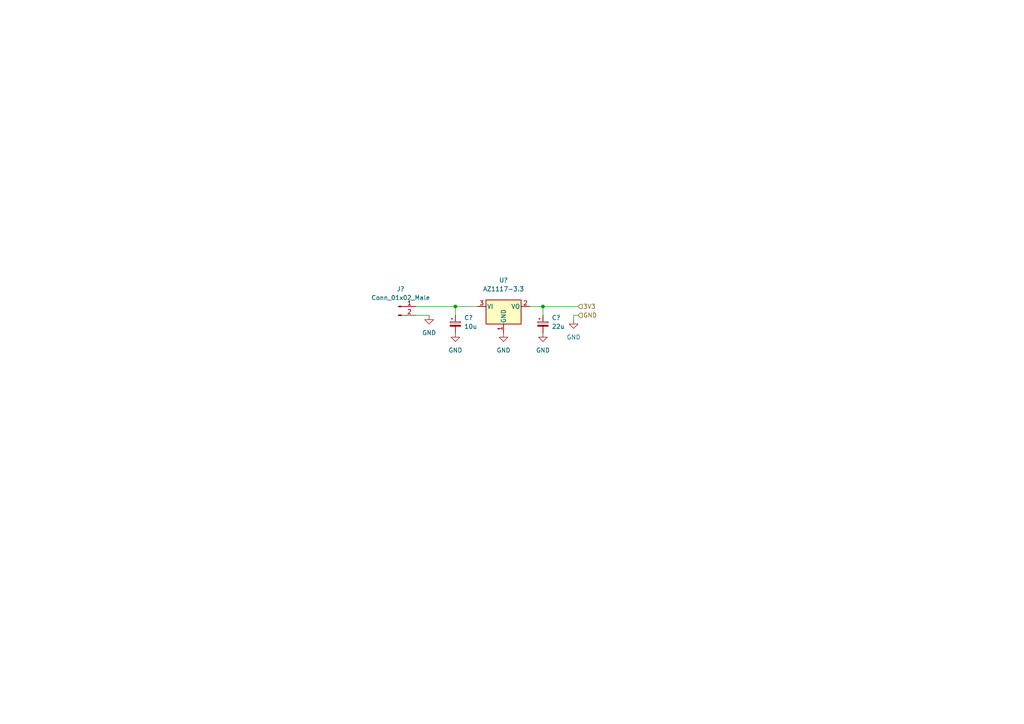
<source format=kicad_sch>
(kicad_sch (version 20211123) (generator eeschema)
  (paper "A4")
  (lib_symbols
    (symbol "Connector:Conn_01x02_Male" (pin_names (offset 1.016) hide)
      (property "Reference" "J" (at 0 2.54 0))
      (property "Value" "Conn_01x02_Male" (at 0 -5.08 0))
      (symbol "Conn_01x02_Male_1_1"
        (polyline (pts (xy 1.27 -2.54) (xy 0.8636 -2.54)) (stroke (width 0.1524)))
        (polyline (pts (xy 1.27 0) (xy 0.8636 0)) (stroke (width 0.1524)))
        (rectangle (start 0.8636 -2.413) (end 0 -2.667) (stroke (width 0.1524)) (fill (type outline)))
        (rectangle (start 0.8636 0.127) (end 0 -0.127) (stroke (width 0.1524)) (fill (type outline)))
        (pin passive line (at 5.08 0 180) (length 3.81) (name "Pin_1") (number "1"))
        (pin passive line (at 5.08 -2.54 180) (length 3.81) (name "Pin_2") (number "2"))
      )
    )
    (symbol "Device:C_Polarized_Small" (pin_numbers hide) (pin_names (offset 0.254) hide)
      (property "Reference" "C" (at 0.254 1.778 0))
      (property "Value" "C_Polarized_Small" (at 0.254 -2.032 0))
      (symbol "C_Polarized_Small_0_1"
        (rectangle (start -1.524 -0.3048) (end 1.524 -0.6858) (fill (type outline)))
        (rectangle (start -1.524 0.6858) (end 1.524 0.3048))
        (polyline (pts (xy -1.27 1.524) (xy -0.762 1.524)))
        (polyline (pts (xy -1.016 1.27) (xy -1.016 1.778)))
      )
      (symbol "C_Polarized_Small_1_1"
        (pin passive line (at 0 2.54 270) (length 1.8542) (name "~") (number "1"))
        (pin passive line (at 0 -2.54 90) (length 1.8542) (name "~") (number "2"))
      )
    )
    (symbol "Regulator_Linear:AZ1117-3.3" (pin_names (offset 0.254))
      (property "Reference" "U" (at -3.81 3.175 0))
      (property "Value" "AZ1117-3.3" (at 0 3.175 0))
      (symbol "AZ1117-3.3_0_1"
        (rectangle (start -5.08 1.905) (end 5.08 -5.08) (stroke (width 0.254)) (fill (type background)))
      )
      (symbol "AZ1117-3.3_1_1"
        (pin power_in line (at 0 -7.62 90) (length 2.54) (name "GND") (number "1"))
        (pin power_out line (at 7.62 0 180) (length 2.54) (name "VO") (number "2"))
        (pin power_in line (at -7.62 0 0) (length 2.54) (name "VI") (number "3"))
      )
    )
    (symbol "power:GND" (power) (pin_names (offset 0))
      (property "Value" "GND" (at 0 -3.81 0))
      (symbol "GND_0_1"
        (polyline (pts (xy 0 0) (xy 0 -1.27) (xy 1.27 -1.27) (xy 0 -2.54) (xy -1.27 -1.27) (xy 0 -1.27)))
      )
      (symbol "GND_1_1"
        (pin power_in line (at 0 0 270) (length 0) hide (name "GND") (number "1"))
      )
    )
  )
  (junction (at 157.48 88.9))
  (junction (at 132.08 88.9))
  (wire (pts (xy 166.37 91.44) (xy 167.64 91.44)))
  (wire (pts (xy 132.08 88.9) (xy 132.08 91.44)))
  (wire (pts (xy 120.65 88.9) (xy 132.08 88.9)))
  (wire (pts (xy 157.48 91.44) (xy 157.48 88.9)))
  (wire (pts (xy 153.67 88.9) (xy 157.48 88.9)))
  (wire (pts (xy 132.08 88.9) (xy 138.43 88.9)))
  (wire (pts (xy 120.65 91.44) (xy 124.46 91.44)))
  (wire (pts (xy 166.37 92.71) (xy 166.37 91.44)))
  (wire (pts (xy 157.48 88.9) (xy 167.64 88.9)))
  (hierarchical_label "3V3" (shape input) (at 167.64 88.9 0))
  (hierarchical_label "GND" (shape input) (at 167.64 91.44 0))
  (symbol (lib_id "power:GND") (at 166.37 92.71 0) (unit 1)
    (property "Reference" "#PWR?" (effects hide))
    (property "Value" "GND" (at 166.37 97.79 0))
  )
  (symbol (lib_id "power:GND") (at 132.08 96.52 0) (unit 1)
    (property "Reference" "#PWR?" (effects hide))
    (property "Value" "GND" (at 132.08 101.6 0))
  )
  (symbol (lib_id "Device:C_Polarized_Small") (at 132.08 93.98 0) (unit 1)
    (property "Reference" "C?" (at 134.62 92.1638 0) (effects (justify left)))
    (property "Value" "10u" (at 134.62 94.7038 0) (effects (justify left)))
  )
  (symbol (lib_id "power:GND") (at 124.46 91.44 0) (unit 1)
    (property "Reference" "#PWR?" (effects hide))
    (property "Value" "GND" (at 124.46 96.52 0))
  )
  (symbol (lib_id "power:GND") (at 146.05 96.52 0) (unit 1)
    (property "Reference" "#PWR?" (effects hide))
    (property "Value" "GND" (at 146.05 101.6 0))
  )
  (symbol (lib_id "Regulator_Linear:AZ1117-3.3") (at 146.05 88.9 0) (unit 1)
    (property "Reference" "U?" (at 146.05 81.28 0))
    (property "Value" "AZ1117-3.3" (at 146.05 83.82 0))
    (property "Datasheet" "https://www.diodes.com/assets/Datasheets/AZ1117.pdf" (effects hide))
  )
  (symbol (lib_id "power:GND") (at 157.48 96.52 0) (unit 1)
    (property "Reference" "#PWR?" (effects hide))
    (property "Value" "GND" (at 157.48 101.6 0))
  )
  (symbol (lib_id "Device:C_Polarized_Small") (at 157.48 93.98 0) (unit 1)
    (property "Reference" "C?" (at 160.02 92.1638 0) (effects (justify left)))
    (property "Value" "22u" (at 160.02 94.7038 0) (effects (justify left)))
  )
  (symbol (lib_id "Connector:Conn_01x02_Male") (at 115.57 88.9 0) (unit 1)
    (property "Reference" "J?" (at 116.205 83.82 0))
    (property "Value" "Conn_01x02_Male" (at 116.205 86.36 0))
  )
)
</source>
